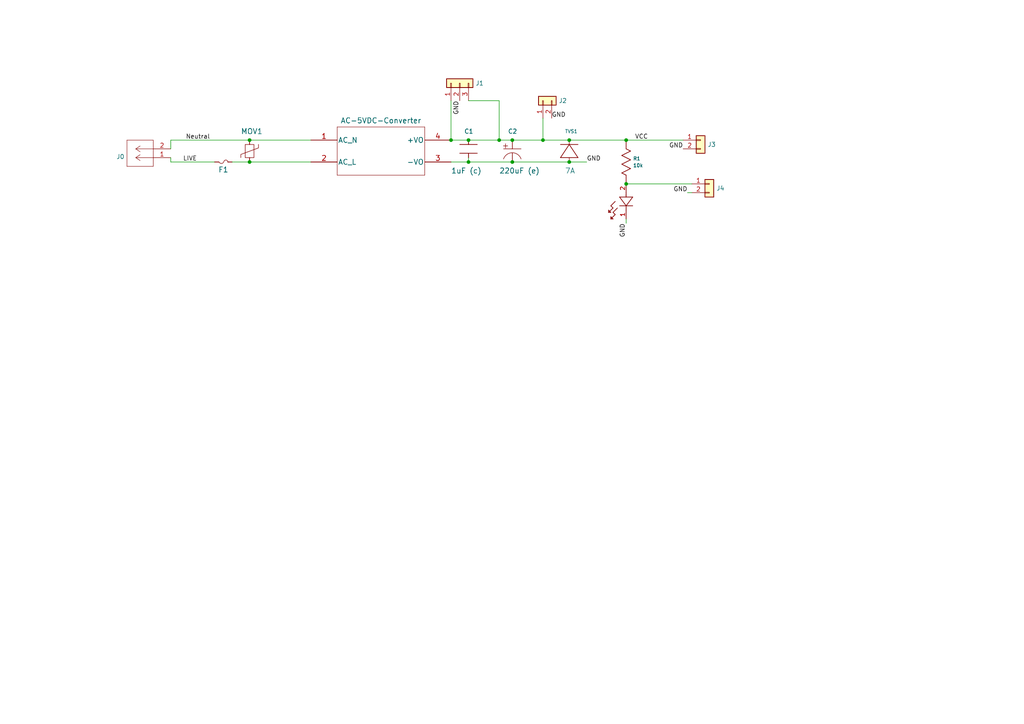
<source format=kicad_sch>
(kicad_sch (version 20230121) (generator eeschema)

  (uuid 55a4f126-1e6b-46ff-9216-9c19247ee7d6)

  (paper "A4")

  (lib_symbols
    (symbol "Connector_Generic:Conn_01x02" (pin_names (offset 1.016) hide) (in_bom yes) (on_board yes)
      (property "Reference" "J" (at 0 2.54 0)
        (effects (font (size 1.27 1.27)))
      )
      (property "Value" "Conn_01x02" (at 0 -5.08 0)
        (effects (font (size 1.27 1.27)))
      )
      (property "Footprint" "" (at 0 0 0)
        (effects (font (size 1.27 1.27)) hide)
      )
      (property "Datasheet" "~" (at 0 0 0)
        (effects (font (size 1.27 1.27)) hide)
      )
      (property "ki_keywords" "connector" (at 0 0 0)
        (effects (font (size 1.27 1.27)) hide)
      )
      (property "ki_description" "Generic connector, single row, 01x02, script generated (kicad-library-utils/schlib/autogen/connector/)" (at 0 0 0)
        (effects (font (size 1.27 1.27)) hide)
      )
      (property "ki_fp_filters" "Connector*:*_1x??_*" (at 0 0 0)
        (effects (font (size 1.27 1.27)) hide)
      )
      (symbol "Conn_01x02_1_1"
        (rectangle (start -1.27 -2.413) (end 0 -2.667)
          (stroke (width 0.1524) (type default))
          (fill (type none))
        )
        (rectangle (start -1.27 0.127) (end 0 -0.127)
          (stroke (width 0.1524) (type default))
          (fill (type none))
        )
        (rectangle (start -1.27 1.27) (end 1.27 -3.81)
          (stroke (width 0.254) (type default))
          (fill (type background))
        )
        (pin passive line (at -5.08 0 0) (length 3.81)
          (name "Pin_1" (effects (font (size 1.27 1.27))))
          (number "1" (effects (font (size 1.27 1.27))))
        )
        (pin passive line (at -5.08 -2.54 0) (length 3.81)
          (name "Pin_2" (effects (font (size 1.27 1.27))))
          (number "2" (effects (font (size 1.27 1.27))))
        )
      )
    )
    (symbol "Connector_Generic:Conn_01x03" (pin_names (offset 1.016) hide) (in_bom yes) (on_board yes)
      (property "Reference" "J" (at 0 5.08 0)
        (effects (font (size 1.27 1.27)))
      )
      (property "Value" "Conn_01x03" (at 0 -5.08 0)
        (effects (font (size 1.27 1.27)))
      )
      (property "Footprint" "" (at 0 0 0)
        (effects (font (size 1.27 1.27)) hide)
      )
      (property "Datasheet" "~" (at 0 0 0)
        (effects (font (size 1.27 1.27)) hide)
      )
      (property "ki_keywords" "connector" (at 0 0 0)
        (effects (font (size 1.27 1.27)) hide)
      )
      (property "ki_description" "Generic connector, single row, 01x03, script generated (kicad-library-utils/schlib/autogen/connector/)" (at 0 0 0)
        (effects (font (size 1.27 1.27)) hide)
      )
      (property "ki_fp_filters" "Connector*:*_1x??_*" (at 0 0 0)
        (effects (font (size 1.27 1.27)) hide)
      )
      (symbol "Conn_01x03_1_1"
        (rectangle (start -1.27 -2.413) (end 0 -2.667)
          (stroke (width 0.1524) (type default))
          (fill (type none))
        )
        (rectangle (start -1.27 0.127) (end 0 -0.127)
          (stroke (width 0.1524) (type default))
          (fill (type none))
        )
        (rectangle (start -1.27 2.667) (end 0 2.413)
          (stroke (width 0.1524) (type default))
          (fill (type none))
        )
        (rectangle (start -1.27 3.81) (end 1.27 -3.81)
          (stroke (width 0.254) (type default))
          (fill (type background))
        )
        (pin passive line (at -5.08 2.54 0) (length 3.81)
          (name "Pin_1" (effects (font (size 1.27 1.27))))
          (number "1" (effects (font (size 1.27 1.27))))
        )
        (pin passive line (at -5.08 0 0) (length 3.81)
          (name "Pin_2" (effects (font (size 1.27 1.27))))
          (number "2" (effects (font (size 1.27 1.27))))
        )
        (pin passive line (at -5.08 -2.54 0) (length 3.81)
          (name "Pin_3" (effects (font (size 1.27 1.27))))
          (number "3" (effects (font (size 1.27 1.27))))
        )
      )
    )
    (symbol "pPSI:10kohm-Resistor" (pin_numbers hide) (pin_names (offset -2.54) hide) (in_bom yes) (on_board yes)
      (property "Reference" "R" (at 5.588 3.81 0)
        (effects (font (size 1 1)))
      )
      (property "Value" "10kohm-Resistor" (at 6.731 -2.54 0)
        (effects (font (size 1 1)))
      )
      (property "Footprint" "pPSI:10kohm resistor" (at 6.604 -5.207 0)
        (effects (font (size 1.524 1.524)) hide)
      )
      (property "Datasheet" "" (at 0 0 0)
        (effects (font (size 1.524 1.524)))
      )
      (symbol "10kohm-Resistor_1_1"
        (polyline
          (pts
            (xy 2.54 0)
            (xy 3.175 1.27)
          )
          (stroke (width 0.2032) (type solid))
          (fill (type none))
        )
        (polyline
          (pts
            (xy 3.175 1.27)
            (xy 4.445 -1.27)
          )
          (stroke (width 0.2032) (type solid))
          (fill (type none))
        )
        (polyline
          (pts
            (xy 4.445 -1.27)
            (xy 5.715 1.27)
          )
          (stroke (width 0.2032) (type solid))
          (fill (type none))
        )
        (polyline
          (pts
            (xy 5.715 1.27)
            (xy 6.985 -1.27)
          )
          (stroke (width 0.2032) (type solid))
          (fill (type none))
        )
        (polyline
          (pts
            (xy 6.985 -1.27)
            (xy 8.255 1.27)
          )
          (stroke (width 0.2032) (type solid))
          (fill (type none))
        )
        (polyline
          (pts
            (xy 8.255 1.27)
            (xy 9.525 -1.27)
          )
          (stroke (width 0.2032) (type solid))
          (fill (type none))
        )
        (polyline
          (pts
            (xy 9.525 -1.27)
            (xy 10.16 0)
          )
          (stroke (width 0.2032) (type solid))
          (fill (type none))
        )
        (pin unspecified line (at 0 0 0) (length 2.54)
          (name "1" (effects (font (size 1.4986 1.4986))))
          (number "1" (effects (font (size 1.4986 1.4986))))
        )
        (pin unspecified line (at 12.7 0 180) (length 2.54)
          (name "2" (effects (font (size 1.4986 1.4986))))
          (number "2" (effects (font (size 1.4986 1.4986))))
        )
      )
    )
    (symbol "pPSI:1uF-Ceramic-Capacitor" (pin_numbers hide) (pin_names (offset 1.651) hide) (in_bom yes) (on_board yes)
      (property "Reference" "C" (at 4.81 1.27 0)
        (effects (font (size 1.524 1.524)))
      )
      (property "Value" "1uF-Ceramic-Capacitor" (at 7.112 -7.62 0)
        (effects (font (size 1.524 1.524)))
      )
      (property "Footprint" "pPSI:1uF ceramic capacitor" (at 6.35 -10.16 0)
        (effects (font (size 1.524 1.524)) hide)
      )
      (property "Datasheet" "" (at 1 -2.54 0)
        (effects (font (size 1.524 1.524)))
      )
      (symbol "1uF-Ceramic-Capacitor_1_1"
        (polyline
          (pts
            (xy 3.81 -5.08)
            (xy 3.81 0)
          )
          (stroke (width 0.2032) (type solid))
          (fill (type none))
        )
        (polyline
          (pts
            (xy 6.35 -5.08)
            (xy 6.35 0)
          )
          (stroke (width 0.2032) (type solid))
          (fill (type none))
        )
        (pin unspecified line (at 2.54 -2.54 0) (length 1.27)
          (name "" (effects (font (size 1.4986 1.4986))))
          (number "1" (effects (font (size 1.4986 1.4986))))
        )
        (pin unspecified line (at 7.62 -2.54 180) (length 1.27)
          (name "" (effects (font (size 1.4986 1.4986))))
          (number "2" (effects (font (size 1.4986 1.4986))))
        )
      )
    )
    (symbol "pPSI:2-pin-terminal-block" (pin_names (offset 0.254)) (in_bom yes) (on_board yes)
      (property "Reference" "J" (at 8.89 3.81 0)
        (effects (font (size 1.524 1.524)))
      )
      (property "Value" "terminal block" (at 8.89 -7.62 0)
        (effects (font (size 1 1)))
      )
      (property "Footprint" "CONN2_020000_WED" (at 8.89 -10.16 0)
        (effects (font (size 1.27 1.27) italic) hide)
      )
      (property "Datasheet" "1716020000" (at 8.89 -12.7 0)
        (effects (font (size 1.27 1.27) italic) hide)
      )
      (property "ki_locked" "" (at 0 0 0)
        (effects (font (size 1.27 1.27)))
      )
      (property "ki_keywords" "1716020000" (at 0 0 0)
        (effects (font (size 1.27 1.27)) hide)
      )
      (property "ki_fp_filters" "CONN2_020000_WED" (at 0 0 0)
        (effects (font (size 1.27 1.27)) hide)
      )
      (symbol "2-pin-terminal-block_1_1"
        (polyline
          (pts
            (xy 5.08 -5.08)
            (xy 12.7 -5.08)
          )
          (stroke (width 0.127) (type default))
          (fill (type none))
        )
        (polyline
          (pts
            (xy 5.08 2.54)
            (xy 5.08 -5.08)
          )
          (stroke (width 0.127) (type default))
          (fill (type none))
        )
        (polyline
          (pts
            (xy 10.16 -2.54)
            (xy 5.08 -2.54)
          )
          (stroke (width 0.127) (type default))
          (fill (type none))
        )
        (polyline
          (pts
            (xy 10.16 -2.54)
            (xy 8.89 -3.3867)
          )
          (stroke (width 0.127) (type default))
          (fill (type none))
        )
        (polyline
          (pts
            (xy 10.16 -2.54)
            (xy 8.89 -1.6933)
          )
          (stroke (width 0.127) (type default))
          (fill (type none))
        )
        (polyline
          (pts
            (xy 10.16 0)
            (xy 5.08 0)
          )
          (stroke (width 0.127) (type default))
          (fill (type none))
        )
        (polyline
          (pts
            (xy 10.16 0)
            (xy 8.89 -0.8467)
          )
          (stroke (width 0.127) (type default))
          (fill (type none))
        )
        (polyline
          (pts
            (xy 10.16 0)
            (xy 8.89 0.8467)
          )
          (stroke (width 0.127) (type default))
          (fill (type none))
        )
        (polyline
          (pts
            (xy 12.7 -5.08)
            (xy 12.7 2.54)
          )
          (stroke (width 0.127) (type default))
          (fill (type none))
        )
        (polyline
          (pts
            (xy 12.7 2.54)
            (xy 5.08 2.54)
          )
          (stroke (width 0.127) (type default))
          (fill (type none))
        )
        (pin unspecified line (at 0 0 0) (length 5.08)
          (name "" (effects (font (size 1.27 1.27))))
          (number "1" (effects (font (size 1.27 1.27))))
        )
        (pin unspecified line (at 0 -2.54 0) (length 5.08)
          (name "" (effects (font (size 1.27 1.27))))
          (number "2" (effects (font (size 1.27 1.27))))
        )
      )
      (symbol "2-pin-terminal-block_1_2"
        (polyline
          (pts
            (xy 5.08 -5.08)
            (xy 12.7 -5.08)
          )
          (stroke (width 0.127) (type default))
          (fill (type none))
        )
        (polyline
          (pts
            (xy 5.08 2.54)
            (xy 5.08 -5.08)
          )
          (stroke (width 0.127) (type default))
          (fill (type none))
        )
        (polyline
          (pts
            (xy 7.62 -2.54)
            (xy 5.08 -2.54)
          )
          (stroke (width 0.127) (type default))
          (fill (type none))
        )
        (polyline
          (pts
            (xy 7.62 -2.54)
            (xy 8.89 -3.3867)
          )
          (stroke (width 0.127) (type default))
          (fill (type none))
        )
        (polyline
          (pts
            (xy 7.62 -2.54)
            (xy 8.89 -1.6933)
          )
          (stroke (width 0.127) (type default))
          (fill (type none))
        )
        (polyline
          (pts
            (xy 7.62 0)
            (xy 5.08 0)
          )
          (stroke (width 0.127) (type default))
          (fill (type none))
        )
        (polyline
          (pts
            (xy 7.62 0)
            (xy 8.89 -0.8467)
          )
          (stroke (width 0.127) (type default))
          (fill (type none))
        )
        (polyline
          (pts
            (xy 7.62 0)
            (xy 8.89 0.8467)
          )
          (stroke (width 0.127) (type default))
          (fill (type none))
        )
        (polyline
          (pts
            (xy 12.7 -5.08)
            (xy 12.7 2.54)
          )
          (stroke (width 0.127) (type default))
          (fill (type none))
        )
        (polyline
          (pts
            (xy 12.7 2.54)
            (xy 5.08 2.54)
          )
          (stroke (width 0.127) (type default))
          (fill (type none))
        )
        (pin unspecified line (at 0 0 0) (length 5.08)
          (name "1" (effects (font (size 1.27 1.27))))
          (number "1" (effects (font (size 1.27 1.27))))
        )
        (pin unspecified line (at 0 -2.54 0) (length 5.08)
          (name "2" (effects (font (size 1.27 1.27))))
          (number "2" (effects (font (size 1.27 1.27))))
        )
      )
    )
    (symbol "pPSI:220uF-Electrolytic-Capacitor" (pin_numbers hide) (pin_names (offset 1.651) hide) (in_bom yes) (on_board yes)
      (property "Reference" "C" (at 13.97 -3.81 90)
        (effects (font (size 1.524 1.524)))
      )
      (property "Value" "220uF-Electrolytic-Capacitor" (at 3.8888 -5.6454 90)
        (effects (font (size 1.524 1.524)))
      )
      (property "Footprint" "pPSI:220uF electrolytic capacitor" (at 0.5868 -6.6614 90)
        (effects (font (size 1.524 1.524)) hide)
      )
      (property "Datasheet" "" (at -1.1912 -0.5654 90)
        (effects (font (size 1.524 1.524)))
      )
      (symbol "220uF-Electrolytic-Capacitor_0_1"
        (polyline
          (pts
            (xy 6.295 -1.6767)
            (xy 7.565 -1.6767)
          )
          (stroke (width 0) (type solid))
          (fill (type none))
        )
        (polyline
          (pts
            (xy 6.93 -1.0417)
            (xy 6.93 -2.3117)
          )
          (stroke (width 0) (type solid))
          (fill (type none))
        )
        (polyline
          (pts
            (xy 11.43 -2.54)
            (xy 6.35 -2.54)
          )
          (stroke (width 0) (type solid))
          (fill (type none))
        )
        (arc (start 11.43 -5.4716) (mid 8.89 -3.6624) (end 6.35 -5.4716)
          (stroke (width 0) (type solid))
          (fill (type none))
        )
      )
      (symbol "220uF-Electrolytic-Capacitor_1_1"
        (pin unspecified line (at 8.89 0 270) (length 2.54)
          (name "" (effects (font (size 1.4986 1.4986))))
          (number "1" (effects (font (size 1.4986 1.4986))))
        )
        (pin unspecified line (at 8.89 -6.35 90) (length 2.54)
          (name "" (effects (font (size 1.4986 1.4986))))
          (number "2" (effects (font (size 1.4986 1.4986))))
        )
      )
    )
    (symbol "pPSI:470V-Varistor" (pin_numbers hide) (pin_names hide) (in_bom yes) (on_board yes)
      (property "Reference" "MOV" (at -2.413 -3.556 90)
        (effects (font (size 1.524 1.524)))
      )
      (property "Value" "470V-Varistor" (at 7.62 -2.54 90)
        (effects (font (size 1.524 1.524)))
      )
      (property "Footprint" "pPSI:470V Varistor" (at 11.811 -0.762 90)
        (effects (font (size 1.524 1.524)) hide)
      )
      (property "Datasheet" "" (at 3.81 -5.08 90)
        (effects (font (size 1.524 1.524)))
      )
      (symbol "470V-Varistor_0_1"
        (polyline
          (pts
            (xy 0 -1.27)
            (xy 0.0128 -2.2082)
            (xy 5.1222 -4.0901)
            (xy 5.1223 -5.1185)
          )
          (stroke (width 0) (type default))
          (fill (type none))
        )
        (rectangle (start 1.27 -1.27) (end 3.81 -5.08)
          (stroke (width 0) (type solid))
          (fill (type none))
        )
      )
      (symbol "470V-Varistor_1_1"
        (pin unspecified line (at 2.54 -6.35 90) (length 1.27)
          (name "1" (effects (font (size 1.4986 1.4986))))
          (number "1" (effects (font (size 1.4986 1.4986))))
        )
        (pin unspecified line (at 2.54 0 270) (length 1.27)
          (name "2" (effects (font (size 1.4986 1.4986))))
          (number "2" (effects (font (size 1.4986 1.4986))))
        )
      )
    )
    (symbol "pPSI:7A-TVS-DIODE" (pin_numbers hide) (pin_names (offset -1.651) hide) (in_bom yes) (on_board yes)
      (property "Reference" "TVS" (at 0 -2.794 90)
        (effects (font (size 1.524 1.524)))
      )
      (property "Value" "7A-TVS-DIODE" (at 7.493 -2.921 90)
        (effects (font (size 1.524 1.524)))
      )
      (property "Footprint" "pPSI:7A TVS diode" (at 10.16 -2.54 90)
        (effects (font (size 1.524 1.524)) hide)
      )
      (property "Datasheet" "" (at 3.81 -7.62 90)
        (effects (font (size 1.524 1.524)))
      )
      (symbol "7A-TVS-DIODE_1_1"
        (polyline
          (pts
            (xy 1.27 -5.08)
            (xy 6.35 -5.08)
          )
          (stroke (width 0.2032) (type solid))
          (fill (type none))
        )
        (polyline
          (pts
            (xy 3.81 -1.27)
            (xy 1.27 -5.08)
          )
          (stroke (width 0.2032) (type solid))
          (fill (type none))
        )
        (polyline
          (pts
            (xy 6.35 -5.08)
            (xy 3.81 -1.27)
          )
          (stroke (width 0.2032) (type solid))
          (fill (type none))
        )
        (polyline
          (pts
            (xy 6.35 -1.27)
            (xy 1.27 -1.27)
          )
          (stroke (width 0.2032) (type solid))
          (fill (type none))
        )
        (pin unspecified line (at 3.81 0 270) (length 1.27)
          (name "" (effects (font (size 1.4986 1.4986))))
          (number "1" (effects (font (size 1.4986 1.4986))))
        )
        (pin unspecified line (at 3.81 -6.35 90) (length 1.27)
          (name "" (effects (font (size 1.4986 1.4986))))
          (number "2" (effects (font (size 1.4986 1.4986))))
        )
      )
    )
    (symbol "pPSI:AC-5VDC-Converter" (pin_names (offset 0.254)) (in_bom yes) (on_board yes)
      (property "Reference" "u1" (at 20.32 9.7737 0)
        (effects (font (size 1.524 1.524)) hide)
      )
      (property "Value" "AC-5VDC-Converter" (at 20.32 6.9409 0)
        (effects (font (size 1.524 1.524)))
      )
      (property "Footprint" "pPSI:ac-dc converter" (at 20.32 -10.16 0)
        (effects (font (size 1.524 1.524)) hide)
      )
      (property "Datasheet" "" (at 0 0 0)
        (effects (font (size 1.524 1.524)))
      )
      (symbol "AC-5VDC-Converter_1_1"
        (polyline
          (pts
            (xy 7.62 -8.89)
            (xy 33.02 -8.89)
          )
          (stroke (width 0.127) (type solid))
          (fill (type none))
        )
        (polyline
          (pts
            (xy 7.62 5.08)
            (xy 7.62 -8.89)
          )
          (stroke (width 0.127) (type solid))
          (fill (type none))
        )
        (polyline
          (pts
            (xy 33.02 -8.89)
            (xy 33.02 5.08)
          )
          (stroke (width 0.127) (type solid))
          (fill (type none))
        )
        (polyline
          (pts
            (xy 33.02 5.08)
            (xy 7.62 5.08)
          )
          (stroke (width 0.127) (type solid))
          (fill (type none))
        )
        (pin unspecified line (at 0 1.27 0) (length 7.62)
          (name "AC_N" (effects (font (size 1.4986 1.4986))))
          (number "1" (effects (font (size 1.4986 1.4986))))
        )
        (pin unspecified line (at 0 -5.08 0) (length 7.62)
          (name "AC_L" (effects (font (size 1.4986 1.4986))))
          (number "2" (effects (font (size 1.4986 1.4986))))
        )
        (pin power_in line (at 40.64 -5.08 180) (length 7.62)
          (name "-VO" (effects (font (size 1.4986 1.4986))))
          (number "3" (effects (font (size 1.4986 1.4986))))
        )
        (pin power_in line (at 40.64 1.27 180) (length 7.62)
          (name "+VO" (effects (font (size 1.4986 1.4986))))
          (number "4" (effects (font (size 1.4986 1.4986))))
        )
      )
    )
    (symbol "pPSI:FUSE" (pin_numbers hide) (pin_names hide) (in_bom yes) (on_board yes)
      (property "Reference" "F" (at 0.635 -4.04 90)
        (effects (font (size 1.524 1.524)))
      )
      (property "Value" "FUSE" (at 6.35 -2.54 90)
        (effects (font (size 1.524 1.524)))
      )
      (property "Footprint" "pPSI:250V Fuse" (at 9.017 -4.294 90)
        (effects (font (size 1.524 1.524)) hide)
      )
      (property "Datasheet" "" (at 3.81 -9.12 90)
        (effects (font (size 1.524 1.524)))
      )
      (symbol "FUSE_0_1"
        (arc (start 3.6756 -2.7058) (mid 3.2318 -3.3337) (end 3.8026 -3.8488)
          (stroke (width 0) (type solid))
          (fill (type none))
        )
        (arc (start 3.7454 -2.6672) (mid 4.2346 -2.0223) (end 3.8226 -1.3255)
          (stroke (width 0) (type solid))
          (fill (type none))
        )
      )
      (symbol "FUSE_1_1"
        (pin unspecified line (at 3.81 -5.08 90) (length 1.27)
          (name "1" (effects (font (size 1.4986 1.4986))))
          (number "1" (effects (font (size 1.4986 1.4986))))
        )
        (pin unspecified line (at 3.81 0 270) (length 1.27)
          (name "2" (effects (font (size 1.4986 1.4986))))
          (number "2" (effects (font (size 1.4986 1.4986))))
        )
      )
    )
    (symbol "pPSI:green led" (pin_names (offset 0.254)) (in_bom yes) (on_board yes)
      (property "Reference" "LED" (at 5.08 -4.445 0)
        (effects (font (size 1.524 1.524)))
      )
      (property "Value" "green led" (at 5.08 -7.62 0)
        (effects (font (size 1.524 1.524)))
      )
      (property "Footprint" "green led" (at 6.35 -12.7 0)
        (effects (font (size 1.27 1.27) italic) hide)
      )
      (property "Datasheet" "green led" (at 5.08 -10.16 0)
        (effects (font (size 1.27 1.27) italic) hide)
      )
      (property "ki_locked" "" (at 0 0 0)
        (effects (font (size 1.27 1.27)))
      )
      (property "ki_keywords" "HSMG-C170" (at 0 0 0)
        (effects (font (size 1.27 1.27)) hide)
      )
      (property "ki_fp_filters" "LED_MG-C170" (at 0 0 0)
        (effects (font (size 1.27 1.27)) hide)
      )
      (symbol "green led_0_1"
        (polyline
          (pts
            (xy 2.54 0)
            (xy 3.4798 0)
          )
          (stroke (width 0.2032) (type default))
          (fill (type none))
        )
        (polyline
          (pts
            (xy 3.175 0)
            (xy 3.81 0)
          )
          (stroke (width 0.2032) (type default))
          (fill (type none))
        )
        (polyline
          (pts
            (xy 3.81 -1.905)
            (xy 6.35 0)
          )
          (stroke (width 0.2032) (type default))
          (fill (type none))
        )
        (polyline
          (pts
            (xy 3.81 1.905)
            (xy 3.81 -1.905)
          )
          (stroke (width 0.2032) (type default))
          (fill (type none))
        )
        (polyline
          (pts
            (xy 5.08 3.175)
            (xy 6.35 4.445)
          )
          (stroke (width 0.2032) (type default))
          (fill (type none))
        )
        (polyline
          (pts
            (xy 6.35 -1.905)
            (xy 6.35 1.905)
          )
          (stroke (width 0.2032) (type default))
          (fill (type none))
        )
        (polyline
          (pts
            (xy 6.35 0)
            (xy 3.81 1.905)
          )
          (stroke (width 0.2032) (type default))
          (fill (type none))
        )
        (polyline
          (pts
            (xy 6.35 0)
            (xy 7.62 0)
          )
          (stroke (width 0.2032) (type default))
          (fill (type none))
        )
        (polyline
          (pts
            (xy 6.35 4.445)
            (xy 6.985 3.81)
          )
          (stroke (width 0.2032) (type default))
          (fill (type none))
        )
        (polyline
          (pts
            (xy 6.985 2.54)
            (xy 8.255 3.81)
          )
          (stroke (width 0.2032) (type default))
          (fill (type none))
        )
        (polyline
          (pts
            (xy 6.985 3.81)
            (xy 8.255 5.08)
          )
          (stroke (width 0.2032) (type default))
          (fill (type none))
        )
        (polyline
          (pts
            (xy 7.62 5.08)
            (xy 8.255 4.445)
          )
          (stroke (width 0.2032) (type default))
          (fill (type none))
        )
        (polyline
          (pts
            (xy 8.255 3.81)
            (xy 8.89 3.175)
          )
          (stroke (width 0.2032) (type default))
          (fill (type none))
        )
        (polyline
          (pts
            (xy 8.255 4.445)
            (xy 8.255 5.08)
          )
          (stroke (width 0.2032) (type default))
          (fill (type none))
        )
        (polyline
          (pts
            (xy 8.255 5.08)
            (xy 7.62 5.08)
          )
          (stroke (width 0.2032) (type default))
          (fill (type none))
        )
        (polyline
          (pts
            (xy 8.89 3.175)
            (xy 10.16 4.445)
          )
          (stroke (width 0.2032) (type default))
          (fill (type none))
        )
        (polyline
          (pts
            (xy 9.525 4.445)
            (xy 10.16 3.81)
          )
          (stroke (width 0.2032) (type default))
          (fill (type none))
        )
        (polyline
          (pts
            (xy 10.16 3.81)
            (xy 10.16 4.445)
          )
          (stroke (width 0.2032) (type default))
          (fill (type none))
        )
        (polyline
          (pts
            (xy 10.16 4.445)
            (xy 9.525 4.445)
          )
          (stroke (width 0.2032) (type default))
          (fill (type none))
        )
        (pin unspecified line (at 10.16 0 180) (length 2.54)
          (name "" (effects (font (size 1.27 1.27))))
          (number "1" (effects (font (size 1.27 1.27))))
        )
        (pin unspecified line (at 0 0 0) (length 2.54)
          (name "" (effects (font (size 1.27 1.27))))
          (number "2" (effects (font (size 1.27 1.27))))
        )
      )
    )
  )

  (junction (at 72.39 40.64) (diameter 0) (color 0 0 0 0)
    (uuid 0a3f8967-8f98-4bc7-9c9d-e530a35501ae)
  )
  (junction (at 165.1 46.99) (diameter 0) (color 0 0 0 0)
    (uuid 0dd40491-8ce9-4152-9e22-7b4c7402310a)
  )
  (junction (at 130.81 40.64) (diameter 0) (color 0 0 0 0)
    (uuid 17760881-23db-40da-a77f-d427b78a649a)
  )
  (junction (at 135.89 40.64) (diameter 0) (color 0 0 0 0)
    (uuid 20d9791d-d82a-4438-9f4f-24ac8975afce)
  )
  (junction (at 148.59 46.99) (diameter 0) (color 0 0 0 0)
    (uuid 5ff07bef-b1e2-44b1-8013-eb3e1b6e8d4b)
  )
  (junction (at 144.78 40.64) (diameter 0) (color 0 0 0 0)
    (uuid 66c9c101-e26e-4ebf-a53e-c6913c57157c)
  )
  (junction (at 157.48 40.64) (diameter 0) (color 0 0 0 0)
    (uuid 970ada96-b889-461c-a1e4-966d27951c3a)
  )
  (junction (at 148.59 40.64) (diameter 0) (color 0 0 0 0)
    (uuid 9cea6003-a9a4-4e23-845f-6ebd2fd919e4)
  )
  (junction (at 165.1 40.64) (diameter 0) (color 0 0 0 0)
    (uuid a3e18f1b-b229-4900-bd9c-28d6226bd958)
  )
  (junction (at 72.39 46.99) (diameter 0) (color 0 0 0 0)
    (uuid aa1aad03-ccae-4720-a8b6-1dc43fa79acd)
  )
  (junction (at 181.61 53.34) (diameter 0) (color 0 0 0 0)
    (uuid bf4580e2-bc9b-4376-a814-4cb046758039)
  )
  (junction (at 135.89 46.99) (diameter 0) (color 0 0 0 0)
    (uuid cc4b93c7-2186-4db4-8807-d701a19cda4d)
  )
  (junction (at 181.61 40.64) (diameter 0) (color 0 0 0 0)
    (uuid d2264261-a4b9-4c0f-a8c2-f8bef7b15da5)
  )

  (wire (pts (xy 130.81 40.64) (xy 135.89 40.64))
    (stroke (width 0) (type default))
    (uuid 11ab13f9-74d7-4b91-a8d3-cccb7c6f1c16)
  )
  (wire (pts (xy 165.1 40.64) (xy 181.61 40.64))
    (stroke (width 0) (type default))
    (uuid 15f4cc33-57f1-4ce3-8593-43ff4348838d)
  )
  (wire (pts (xy 49.53 46.99) (xy 49.53 45.72))
    (stroke (width 0) (type default))
    (uuid 1a90e114-42fd-41ef-b0b8-1850ac64b0b9)
  )
  (wire (pts (xy 157.48 40.64) (xy 165.1 40.64))
    (stroke (width 0) (type default))
    (uuid 1bd2ba22-59b7-4bd9-b8a2-59ca1f7d2f40)
  )
  (wire (pts (xy 72.39 40.64) (xy 90.17 40.64))
    (stroke (width 0) (type default))
    (uuid 3491ce39-0c9a-469c-a812-f087ae7a4b73)
  )
  (wire (pts (xy 130.81 46.99) (xy 135.89 46.99))
    (stroke (width 0) (type default))
    (uuid 35fd832f-a279-4549-9910-98b95314178b)
  )
  (wire (pts (xy 135.89 29.21) (xy 144.78 29.21))
    (stroke (width 0) (type default))
    (uuid 392f10e3-418e-4ee9-8d1a-4bd33a7ab900)
  )
  (wire (pts (xy 67.31 46.99) (xy 72.39 46.99))
    (stroke (width 0) (type default))
    (uuid 4426673e-c2f3-4341-b009-9f1ceb5b3b6c)
  )
  (wire (pts (xy 157.48 34.29) (xy 157.48 40.64))
    (stroke (width 0) (type default))
    (uuid 52dd301c-7d9e-497f-bb2a-f070bbea7879)
  )
  (wire (pts (xy 144.78 29.21) (xy 144.78 40.64))
    (stroke (width 0) (type default))
    (uuid 548ea77d-0dcf-4e01-80b4-cb4e37ebd8d0)
  )
  (wire (pts (xy 49.53 40.64) (xy 72.39 40.64))
    (stroke (width 0) (type default))
    (uuid 690970a1-c2b3-43e6-942d-8f1d489e4154)
  )
  (wire (pts (xy 148.59 40.64) (xy 157.48 40.64))
    (stroke (width 0) (type default))
    (uuid 7a3b3ff4-0b5c-42cf-991a-8525b8334b96)
  )
  (wire (pts (xy 135.89 40.64) (xy 144.78 40.64))
    (stroke (width 0) (type default))
    (uuid 7a64241d-7774-4a8c-98e8-e8af1ec5c0b2)
  )
  (wire (pts (xy 135.89 46.99) (xy 148.59 46.99))
    (stroke (width 0) (type default))
    (uuid 8db83bca-3404-4a86-adbe-231acc8b8fb0)
  )
  (wire (pts (xy 200.66 55.88) (xy 199.39 55.88))
    (stroke (width 0) (type default))
    (uuid 9001c579-c01a-4e0e-a0b0-b52ab1932675)
  )
  (wire (pts (xy 49.53 43.18) (xy 49.53 40.64))
    (stroke (width 0) (type default))
    (uuid 95e8e3c3-b350-4a34-9956-8e767bf1dc02)
  )
  (wire (pts (xy 148.59 46.99) (xy 165.1 46.99))
    (stroke (width 0) (type default))
    (uuid bab36997-528c-4448-b45d-cc6c2167827d)
  )
  (wire (pts (xy 200.66 53.34) (xy 181.61 53.34))
    (stroke (width 0) (type default))
    (uuid bdfcdae1-ebd0-4213-9d2b-b38e7f72108d)
  )
  (wire (pts (xy 165.1 46.99) (xy 170.18 46.99))
    (stroke (width 0) (type default))
    (uuid bf51cd6b-bcc2-4ad7-b7c1-908dfa238496)
  )
  (wire (pts (xy 181.61 40.64) (xy 198.12 40.64))
    (stroke (width 0) (type default))
    (uuid c0c26407-56bd-4bff-bb39-598ad45d514f)
  )
  (wire (pts (xy 72.39 46.99) (xy 90.17 46.99))
    (stroke (width 0) (type default))
    (uuid c2dc716f-1c7c-4b58-b4d8-ff07c1a5e041)
  )
  (wire (pts (xy 181.61 64.77) (xy 181.61 63.5))
    (stroke (width 0) (type default))
    (uuid c40c83d0-e3e1-4b28-aa71-bba75061670e)
  )
  (wire (pts (xy 135.89 45.72) (xy 135.89 46.99))
    (stroke (width 0) (type default))
    (uuid c425015a-701b-4849-959c-83a9ea7d0ea5)
  )
  (wire (pts (xy 49.53 46.99) (xy 62.23 46.99))
    (stroke (width 0) (type default))
    (uuid c4dd5f30-73bd-45d6-ab98-824ad319d63e)
  )
  (wire (pts (xy 144.78 40.64) (xy 148.59 40.64))
    (stroke (width 0) (type default))
    (uuid c58c14d9-4c36-46d7-8ddb-fffe2e82d761)
  )
  (wire (pts (xy 130.81 29.21) (xy 130.81 40.64))
    (stroke (width 0) (type default))
    (uuid c675103f-a9be-4e71-b612-390d6c0e6892)
  )

  (label "LIVE" (at 57.15 46.99 180) (fields_autoplaced)
    (effects (font (size 1.27 1.27)) (justify right bottom))
    (uuid 1ab6164a-433a-4ffb-a7f7-92c41e4802db)
  )
  (label "GND" (at 199.39 55.88 180) (fields_autoplaced)
    (effects (font (size 1.27 1.27)) (justify right bottom))
    (uuid 337e81fb-5ee1-4e44-8d41-20437b95aa81)
  )
  (label "VCC" (at 184.15 40.64 0) (fields_autoplaced)
    (effects (font (size 1.27 1.27)) (justify left bottom))
    (uuid 4d141f93-13b2-4645-9c94-2e8e53f0844b)
    (property "VCC" "" (at 184.15 41.91 0)
      (effects (font (size 1.27 1.27) italic) (justify left) hide)
    )
  )
  (label "GND" (at 181.61 64.77 270) (fields_autoplaced)
    (effects (font (size 1.27 1.27)) (justify right bottom))
    (uuid 551e829b-e699-4a5f-a1a8-4624404ec81b)
  )
  (label "GND" (at 198.12 43.18 180) (fields_autoplaced)
    (effects (font (size 1.27 1.27)) (justify right bottom))
    (uuid 6c4a40c8-7253-4aac-a3af-3cd050964693)
  )
  (label "GND" (at 160.02 34.29 0) (fields_autoplaced)
    (effects (font (size 1.27 1.27)) (justify left bottom))
    (uuid c9f3a38b-0aa4-4101-b613-58cf9d508592)
  )
  (label "GND" (at 170.18 46.99 0) (fields_autoplaced)
    (effects (font (size 1.27 1.27)) (justify left bottom))
    (uuid cbd0f043-fb2a-4203-b208-f2724b3451de)
    (property "GND" "" (at 170.18 48.26 0)
      (effects (font (size 1.27 1.27) italic) (justify left) hide)
    )
  )
  (label "Neutral" (at 60.96 40.64 180) (fields_autoplaced)
    (effects (font (size 1.27 1.27)) (justify right bottom))
    (uuid e8135bb3-de97-4899-bfdb-b8c851f3b734)
  )
  (label "GND" (at 133.35 29.21 270) (fields_autoplaced)
    (effects (font (size 1.27 1.27)) (justify right bottom))
    (uuid fd1f56ee-71d6-4436-b3d9-814aca323855)
  )

  (symbol (lib_id "pPSI:2-pin-terminal-block") (at 49.53 45.72 180) (unit 1)
    (in_bom yes) (on_board yes) (dnp no)
    (uuid 53c5431e-c080-4745-b140-23e2c4ba01a3)
    (property "Reference" "J0" (at 36.1315 45.4448 0)
      (effects (font (size 1.27 1.27)) (justify left))
    )
    (property "Value" "~" (at 45.72 39.37 0)
      (effects (font (size 1 1)) (justify left) hide)
    )
    (property "Footprint" "pPSI:2-pin-terminal-block" (at 40.64 35.56 0)
      (effects (font (size 1.27 1.27) italic) hide)
    )
    (property "Datasheet" "1716020000" (at 40.64 33.02 0)
      (effects (font (size 1.27 1.27) italic) hide)
    )
    (pin "1" (uuid d284a027-d632-495e-979b-91292ab62a65))
    (pin "2" (uuid 8a22be57-5dbf-41a6-adf1-6c4871f4c498))
    (instances
      (project "power supply"
        (path "/55a4f126-1e6b-46ff-9216-9c19247ee7d6"
          (reference "J0") (unit 1)
        )
      )
      (project "rev3"
        (path "/87f0b9b3-8e27-4b23-bcb5-60960c672ecd"
          (reference "J2") (unit 1)
        )
      )
    )
  )

  (symbol (lib_id "Connector_Generic:Conn_01x03") (at 133.35 24.13 90) (unit 1)
    (in_bom yes) (on_board yes) (dnp no) (fields_autoplaced)
    (uuid 807996ee-c550-4e12-b1e3-a733d616ae6f)
    (property "Reference" "J1" (at 137.922 24.13 90)
      (effects (font (size 1.27 1.27)) (justify right))
    )
    (property "Value" "Conn_01x03" (at 137.922 25.3421 90)
      (effects (font (size 1.27 1.27)) (justify right) hide)
    )
    (property "Footprint" "pPSI:3 pin header" (at 133.35 24.13 0)
      (effects (font (size 1.27 1.27)) hide)
    )
    (property "Datasheet" "~" (at 133.35 24.13 0)
      (effects (font (size 1.27 1.27)) hide)
    )
    (pin "1" (uuid ad308f72-b90c-40fa-8739-fe16cebdf344))
    (pin "2" (uuid fedd2278-acce-4eb7-96fc-da417421f8f9))
    (pin "3" (uuid d1f24d30-660d-4b3d-a4af-e63f4e714cd7))
    (instances
      (project "power supply"
        (path "/55a4f126-1e6b-46ff-9216-9c19247ee7d6"
          (reference "J1") (unit 1)
        )
      )
    )
  )

  (symbol (lib_id "Connector_Generic:Conn_01x02") (at 203.2 40.64 0) (unit 1)
    (in_bom yes) (on_board yes) (dnp no) (fields_autoplaced)
    (uuid 8712d79a-0c16-4636-816f-e3ed28ad8814)
    (property "Reference" "J3" (at 205.232 41.91 0)
      (effects (font (size 1.27 1.27)) (justify left))
    )
    (property "Value" "Conn_01x02" (at 205.232 43.1221 0)
      (effects (font (size 1.27 1.27)) (justify left) hide)
    )
    (property "Footprint" "pPSI:2 pin header" (at 203.2 40.64 0)
      (effects (font (size 1.27 1.27)) hide)
    )
    (property "Datasheet" "~" (at 203.2 40.64 0)
      (effects (font (size 1.27 1.27)) hide)
    )
    (pin "1" (uuid 915e85fe-5087-414a-984d-2d6bf9b35869))
    (pin "2" (uuid b7413fb8-9e96-442b-946b-b521db1bdbb1))
    (instances
      (project "power supply"
        (path "/55a4f126-1e6b-46ff-9216-9c19247ee7d6"
          (reference "J3") (unit 1)
        )
      )
    )
  )

  (symbol (lib_id "Connector_Generic:Conn_01x02") (at 157.48 29.21 90) (unit 1)
    (in_bom yes) (on_board yes) (dnp no) (fields_autoplaced)
    (uuid 8cf36c1f-2754-44c8-af7b-4f8295ef0d8e)
    (property "Reference" "J2" (at 162.052 29.21 90)
      (effects (font (size 1.27 1.27)) (justify right))
    )
    (property "Value" "Conn_01x02" (at 159.9621 27.178 0)
      (effects (font (size 1.27 1.27)) (justify left) hide)
    )
    (property "Footprint" "pPSI:2 pin header" (at 157.48 29.21 0)
      (effects (font (size 1.27 1.27)) hide)
    )
    (property "Datasheet" "~" (at 157.48 29.21 0)
      (effects (font (size 1.27 1.27)) hide)
    )
    (pin "1" (uuid 50da2d1b-d1e7-48ff-a4a8-6ee3fa0763a4))
    (pin "2" (uuid c9b5e7bc-cfac-4bfe-94e6-b3da2c9bac29))
    (instances
      (project "power supply"
        (path "/55a4f126-1e6b-46ff-9216-9c19247ee7d6"
          (reference "J2") (unit 1)
        )
      )
    )
  )

  (symbol (lib_id "pPSI:FUSE") (at 62.23 43.18 90) (mirror x) (unit 1)
    (in_bom yes) (on_board yes) (dnp no) (fields_autoplaced)
    (uuid 954eb254-e576-46e7-a1f6-7b83bec8a556)
    (property "Reference" "F1" (at 64.7894 49.2132 90)
      (effects (font (size 1.524 1.524)))
    )
    (property "Value" "FUSE" (at 64.7894 49.2132 90)
      (effects (font (size 1.524 1.524)) hide)
    )
    (property "Footprint" "pPSI:FUSE" (at 66.524 52.197 90)
      (effects (font (size 1.524 1.524)) hide)
    )
    (property "Datasheet" "" (at 71.35 46.99 90)
      (effects (font (size 1.524 1.524)))
    )
    (pin "1" (uuid c552d230-16e5-4a95-bd83-a7ba09a00492))
    (pin "2" (uuid 8fd07793-f053-47ff-8a3a-b3d605bd7e4e))
    (instances
      (project "power supply"
        (path "/55a4f126-1e6b-46ff-9216-9c19247ee7d6"
          (reference "F1") (unit 1)
        )
      )
      (project "rev3"
        (path "/87f0b9b3-8e27-4b23-bcb5-60960c672ecd"
          (reference "F1") (unit 1)
        )
      )
    )
  )

  (symbol (lib_id "pPSI:470V-Varistor") (at 69.85 46.99 0) (mirror x) (unit 1)
    (in_bom yes) (on_board yes) (dnp no)
    (uuid 9c9189e0-d5a3-4c7e-9bc9-fba3f64ccf48)
    (property "Reference" "MOV1" (at 69.85 38.1 0)
      (effects (font (size 1.524 1.524)) (justify left))
    )
    (property "Value" "470V-Varistor" (at 75.6072 42.3794 0)
      (effects (font (size 1.524 1.524)) (justify left) hide)
    )
    (property "Footprint" "pPSI:470V Varistor" (at 81.661 46.228 90)
      (effects (font (size 1.524 1.524)) hide)
    )
    (property "Datasheet" "" (at 73.66 41.91 90)
      (effects (font (size 1.524 1.524)))
    )
    (pin "1" (uuid 675ff8b0-edac-47e7-a4d0-3156f3b88917))
    (pin "2" (uuid 08347ed3-7bef-472d-9466-758e857587f4))
    (instances
      (project "power supply"
        (path "/55a4f126-1e6b-46ff-9216-9c19247ee7d6"
          (reference "MOV1") (unit 1)
        )
      )
      (project "rev3"
        (path "/87f0b9b3-8e27-4b23-bcb5-60960c672ecd"
          (reference "MOV1") (unit 1)
        )
      )
    )
  )

  (symbol (lib_id "pPSI:10kohm-Resistor") (at 181.61 53.34 90) (unit 1)
    (in_bom yes) (on_board yes) (dnp no) (fields_autoplaced)
    (uuid b21a4f63-45b6-4fb0-a4af-29fe2afe3398)
    (property "Reference" "R1" (at 183.6166 45.9951 90)
      (effects (font (size 1 1)) (justify right))
    )
    (property "Value" "10k" (at 183.6166 47.9848 90)
      (effects (font (size 1 1)) (justify right))
    )
    (property "Footprint" "pPSI:10kohm resistor" (at 186.817 46.736 0)
      (effects (font (size 1.524 1.524)) hide)
    )
    (property "Datasheet" "" (at 181.61 53.34 0)
      (effects (font (size 1.524 1.524)))
    )
    (pin "1" (uuid af62d5cd-f245-48de-a956-901d197d7382))
    (pin "2" (uuid 03f3b526-0671-40fc-96d1-d9299c7e7a42))
    (instances
      (project "power supply"
        (path "/55a4f126-1e6b-46ff-9216-9c19247ee7d6"
          (reference "R1") (unit 1)
        )
      )
    )
  )

  (symbol (lib_id "pPSI:1uF-Ceramic-Capacitor") (at 133.35 48.26 90) (unit 1)
    (in_bom yes) (on_board yes) (dnp no)
    (uuid b6e6be38-3619-4a61-96f3-e7793f54464c)
    (property "Reference" "C1" (at 134.62 38.1 90)
      (effects (font (size 1.27 1.27)) (justify right))
    )
    (property "Value" "1uF (c)" (at 130.81 49.53 90)
      (effects (font (size 1.524 1.524)) (justify right))
    )
    (property "Footprint" "pPSI:1uF ceramic capacitor" (at 143.51 41.91 0)
      (effects (font (size 1.524 1.524)) hide)
    )
    (property "Datasheet" "" (at 135.89 47.26 0)
      (effects (font (size 1.524 1.524)))
    )
    (pin "1" (uuid 15ea2519-f4bb-48cb-bfde-ded20b5cebba))
    (pin "2" (uuid a156744b-ac28-46af-a3cf-f67d9baadf9f))
    (instances
      (project "power supply"
        (path "/55a4f126-1e6b-46ff-9216-9c19247ee7d6"
          (reference "C1") (unit 1)
        )
      )
      (project "rev3"
        (path "/87f0b9b3-8e27-4b23-bcb5-60960c672ecd"
          (reference "C1") (unit 1)
        )
      )
    )
  )

  (symbol (lib_id "pPSI:AC-5VDC-Converter") (at 90.17 41.91 0) (unit 1)
    (in_bom yes) (on_board yes) (dnp no) (fields_autoplaced)
    (uuid ba079484-2da8-47dc-9007-42f88ff378c3)
    (property "Reference" "u1" (at 110.49 32.1363 0)
      (effects (font (size 1.524 1.524)) hide)
    )
    (property "Value" "AC-5VDC-Converter" (at 110.49 34.9691 0)
      (effects (font (size 1.524 1.524)))
    )
    (property "Footprint" "pPSI:ac-dc converter" (at 110.49 52.07 0)
      (effects (font (size 1.524 1.524)) hide)
    )
    (property "Datasheet" "" (at 90.17 41.91 0)
      (effects (font (size 1.524 1.524)))
    )
    (pin "1" (uuid 0ffcbe4d-d86e-429a-86ad-1ccccd9247a0))
    (pin "2" (uuid 7c8e79ff-3eba-4ecc-a35a-92d382ae20b6))
    (pin "3" (uuid 3a8c954b-858b-4a82-adbc-d07efa893541))
    (pin "4" (uuid cd2962e7-b8c0-48cb-81f3-58e64d156878))
    (instances
      (project "power supply"
        (path "/55a4f126-1e6b-46ff-9216-9c19247ee7d6"
          (reference "u1") (unit 1)
        )
      )
      (project "rev3"
        (path "/87f0b9b3-8e27-4b23-bcb5-60960c672ecd"
          (reference "u1") (unit 1)
        )
      )
    )
  )

  (symbol (lib_id "Connector_Generic:Conn_01x02") (at 205.74 53.34 0) (unit 1)
    (in_bom yes) (on_board yes) (dnp no) (fields_autoplaced)
    (uuid cd7da6ca-f51b-41ff-8ea4-d19aaf83b885)
    (property "Reference" "J4" (at 207.772 54.61 0)
      (effects (font (size 1.27 1.27)) (justify left))
    )
    (property "Value" "Conn_01x02" (at 207.772 55.8221 0)
      (effects (font (size 1.27 1.27)) (justify left) hide)
    )
    (property "Footprint" "pPSI:2 pin header" (at 205.74 53.34 0)
      (effects (font (size 1.27 1.27)) hide)
    )
    (property "Datasheet" "~" (at 205.74 53.34 0)
      (effects (font (size 1.27 1.27)) hide)
    )
    (pin "1" (uuid 0272274d-23c5-4cd7-9873-cca0bc93e9f5))
    (pin "2" (uuid 40ec3b4d-09bc-4d89-bff1-e3d0be843a4d))
    (instances
      (project "power supply"
        (path "/55a4f126-1e6b-46ff-9216-9c19247ee7d6"
          (reference "J4") (unit 1)
        )
      )
    )
  )

  (symbol (lib_id "pPSI:7A-TVS-DIODE") (at 161.29 40.64 0) (unit 1)
    (in_bom yes) (on_board yes) (dnp no)
    (uuid d147710c-e095-47ed-ab87-faf972126bcb)
    (property "Reference" "TVS1" (at 163.83 38.1 0)
      (effects (font (size 1 1)) (justify left))
    )
    (property "Value" "7A" (at 163.83 49.53 0)
      (effects (font (size 1.524 1.524)) (justify left))
    )
    (property "Footprint" "pPSI:7A TVS diode" (at 171.45 43.18 90)
      (effects (font (size 1.524 1.524)) hide)
    )
    (property "Datasheet" "" (at 165.1 48.26 90)
      (effects (font (size 1.524 1.524)))
    )
    (pin "1" (uuid 804dfe55-365d-4451-bf91-8a11c89d19e9))
    (pin "2" (uuid 94dca69f-4a17-4eb4-ab13-606dc6150b78))
    (instances
      (project "power supply"
        (path "/55a4f126-1e6b-46ff-9216-9c19247ee7d6"
          (reference "TVS1") (unit 1)
        )
      )
      (project "rev3"
        (path "/87f0b9b3-8e27-4b23-bcb5-60960c672ecd"
          (reference "TVS1") (unit 1)
        )
      )
    )
  )

  (symbol (lib_id "pPSI:220uF-Electrolytic-Capacitor") (at 139.7 40.64 0) (unit 1)
    (in_bom yes) (on_board yes) (dnp no)
    (uuid d91a3c06-cd9b-4c54-b23d-61ba50e6c957)
    (property "Reference" "C2" (at 147.32 38.1 0)
      (effects (font (size 1.27 1.27)) (justify left))
    )
    (property "Value" "220uF (e)" (at 144.78 49.53 0)
      (effects (font (size 1.524 1.524)) (justify left))
    )
    (property "Footprint" "pPSI:220uF electrolytic capacitor" (at 140.2868 47.3014 90)
      (effects (font (size 1.524 1.524)) hide)
    )
    (property "Datasheet" "" (at 138.5088 41.2054 90)
      (effects (font (size 1.524 1.524)))
    )
    (pin "1" (uuid 3fd527dd-da0f-43ea-a26e-9add1fb01954))
    (pin "2" (uuid e6e1377c-69c8-4f7a-9e9b-5407ab3f4d44))
    (instances
      (project "power supply"
        (path "/55a4f126-1e6b-46ff-9216-9c19247ee7d6"
          (reference "C2") (unit 1)
        )
      )
      (project "rev3"
        (path "/87f0b9b3-8e27-4b23-bcb5-60960c672ecd"
          (reference "C2") (unit 1)
        )
      )
    )
  )

  (symbol (lib_id "pPSI:green led") (at 181.61 53.34 90) (mirror x) (unit 1)
    (in_bom yes) (on_board yes) (dnp no)
    (uuid f3767b3e-1e2d-4bfa-a3b2-d2f6f0bbe0ad)
    (property "Reference" "LED1" (at 176.53 58.42 0)
      (effects (font (size 1.524 1.524)) hide)
    )
    (property "Value" "PWR" (at 174.631 59.69 0)
      (effects (font (size 1.524 1.524)) hide)
    )
    (property "Footprint" "pPSI:green LED" (at 194.31 59.69 0)
      (effects (font (size 1.27 1.27) italic) hide)
    )
    (property "Datasheet" "green led" (at 191.77 58.42 0)
      (effects (font (size 1.27 1.27) italic) hide)
    )
    (pin "1" (uuid 03e8c9f6-42fa-4dcd-adb8-b781e093fdec))
    (pin "2" (uuid 1410b80b-4c28-4f34-9fa8-a98471ce7cb1))
    (instances
      (project "power supply"
        (path "/55a4f126-1e6b-46ff-9216-9c19247ee7d6"
          (reference "LED1") (unit 1)
        )
      )
      (project "rev3"
        (path "/87f0b9b3-8e27-4b23-bcb5-60960c672ecd"
          (reference "LED3") (unit 1)
        )
      )
    )
  )

  (sheet_instances
    (path "/" (page "1"))
  )
)

</source>
